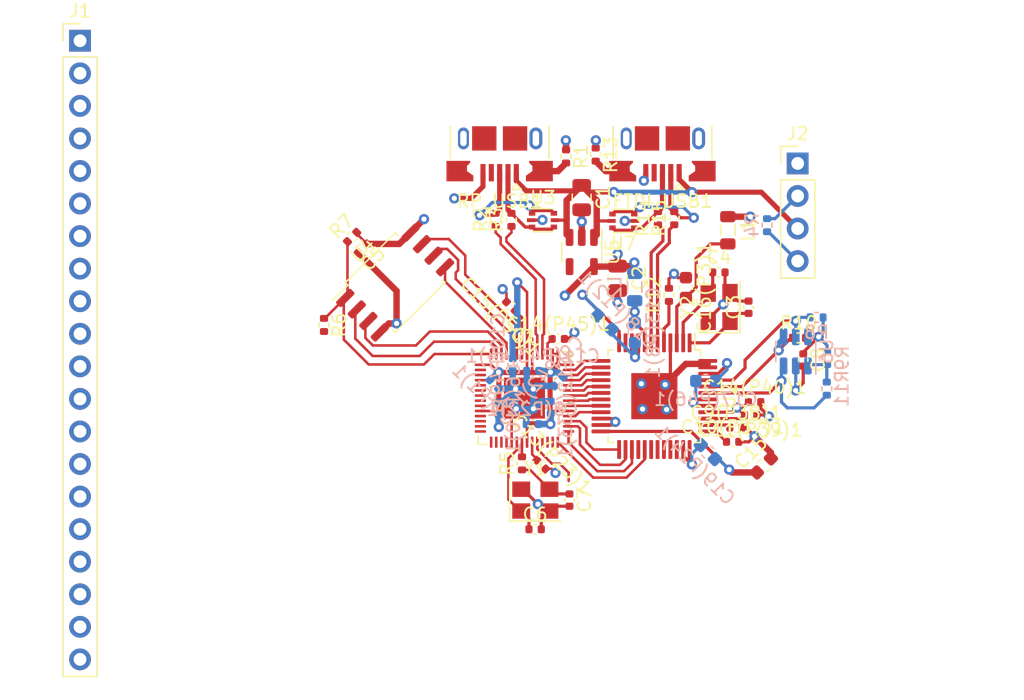
<source format=kicad_pcb>
(kicad_pcb (version 20221018) (generator pcbnew)
  (layers (0 "F.Cu" signal) (1 "In1.Cu" signal) (2 "In2.Cu" signal) (31 "B.Cu" signal) (34 "B.Paste" user) (35 "F.Paste" user) (36 "B.SilkS" user "B.Silkscreen") (37 "F.SilkS" user "F.Silkscreen") (38 "B.Mask" user) (39 "F.Mask" user) (44 "Edge.Cuts" user))
  (net 0 "")
  (net 1 "+5V")
  (net 2 "GND")
  (net 3 "+3V3")
  (net 4 "Net-(U2-XCSI)")
  (net 5 "Net-(U2-XCSO)")
  (net 6 "Net-(U1-XIN)")
  (net 7 "Net-(C7-Pad1)")
  (net 8 "Net-(U2-VCCCORE)")
  (net 9 "Net-(U2-VCCA)")
  (net 10 "Net-(U2-VPHY)")
  (net 11 "Net-(FTDI_USB1-D-)")
  (net 12 "Net-(FTDI_USB1-D+)")
  (net 14 "Net-(FTDI_USB1-Shield)")
  (net 15 "/USB_BOOT")
  (net 16 "/RP_SWCLK")
  (net 17 "/RP_SWD")
  (net 18 "Net-(J1-Pin_4)")
  (net 19 "Net-(J1-Pin_5)")
  (net 20 "Net-(J1-Pin_6)")
  (net 21 "Net-(J1-Pin_7)")
  (net 22 "Net-(J1-Pin_8)")
  (net 23 "Net-(J1-Pin_9)")
  (net 24 "Net-(J1-Pin_10)")
  (net 25 "Net-(J1-Pin_11)")
  (net 26 "Net-(J1-Pin_12)")
  (net 27 "Net-(J1-Pin_13)")
  (net 28 "Net-(J1-Pin_14)")
  (net 29 "Net-(J1-Pin_15)")
  (net 30 "Net-(J1-Pin_16)")
  (net 31 "Net-(J1-Pin_17)")
  (net 32 "Net-(J1-Pin_18)")
  (net 33 "Net-(J1-Pin_19)")
  (net 34 "Net-(J1-Pin_20)")
  (net 35 "/~{RESET}")
  (net 36 "Net-(RP_USB1-Shield)")
  (net 37 "Net-(RP_USB1-D+)")
  (net 38 "Net-(RP_USB1-D-)")
  (net 39 "Net-(U1-XOUT)")
  (net 40 "/QSPI_CS")
  (net 41 "/EEPROM/CS#")
  (net 42 "Net-(U6-DO)")
  (net 43 "/EEPROM/CLK")
  (net 44 "/EEPROM/DATA")
  (net 45 "Net-(U2-REF)")
  (net 47 "+1V2")
  (net 53 "/QSPI_DATA[3]")
  (net 54 "/QSPI_SCK")
  (net 55 "/QSPI_DATA[0]")
  (net 56 "/QSPI_DATA[2]")
  (net 57 "/QSPI_DATA[1]")
  (net 59 "/RP_UD+")
  (net 60 "/RP_UD-")
  (net 61 "/FT_UD+")
  (net 62 "/FT_UD-")
  (net 63 "Net-(U2-VPLL)")
  (net 64 "Net-(U1-GPIO22)")
  (net 65 "Net-(U1-GPIO23)")
  (net 66 "Net-(U1-GPIO24)")
  (net 67 "Net-(U1-GPIO25)")
  (net 68 "Net-(U1-GPIO26_ADC0)")
  (net 69 "Net-(U1-GPIO27_ADC1)")
  (net 70 "Net-(U1-GPIO28_ADC2)")
  (net 71 "Net-(U1-GPIO29_ADC3)")
  (net 72 "Net-(U1-GPIO17)")
  (net 73 "Net-(U1-GPIO18)")
  (net 74 "Net-(U1-GPIO19)")
  (net 75 "Net-(U1-GPIO20)")
  (net 76 "Net-(U1-GPIO21)")
  (footprint "Capacitor_SMD:C_0402_1005Metric" (layer "F.Cu") (at 175.796931 96.024173 -90)
    (fp_text reference "C8")
    (fp_text value "100nF")
  )
  (footprint "Capacitor_SMD:C_0402_1005Metric" (layer "F.Cu") (at 169.214971 89.188336)
    (fp_text reference "C4")
    (fp_text value "20pF")
  )
  (footprint "Package_TO_SOT_SMD:SOT-23-5" (layer "F.Cu") (at 158.520588 87.601856 -90)
    (fp_text reference "U5")
    (fp_text value "AP2112-3.3")
  )
  (footprint "Resistor_SMD:R_0402_1005Metric" (layer "F.Cu") (at 153.85677 104.088049 90)
    (fp_text reference "R5")
    (fp_text value "1K")
  )
  (footprint "Capacitor_SMD:C_0402_1005Metric" (layer "F.Cu") (at 170.291946 102.408696)
    (fp_text reference "C10(P37)1")
    (fp_text value "100n")
  )
  (footprint "Capacitor_SMD:C_0402_1005Metric" (layer "F.Cu") (at 171.695231 100.31533 180)
    (fp_text reference "C11(P39)1")
    (fp_text value "100n")
  )
  (footprint "Package_TO_SOT_SMD:SOT-666" (layer "F.Cu") (at 155.495612 85.116487)
    (fp_text reference "U3")
    (fp_text value "USBLC6-2P6")
  )
  (footprint "Capacitor_SMD:C_0402_1005Metric" (layer "F.Cu") (at 155.351742 104.185197 -45)
    (fp_text reference "C13(P23)1")
    (fp_text value "100nF")
  )
  (footprint "Connector_USB:USB_Micro-B_XKB_U254-051T-4BH83-F1S" (layer "F.Cu") (at 164.815 79.13 180)
    (fp_text reference "FTDI_USB1")
    (fp_text value "USB_B_Micro")
  )
  (footprint "Connector_USB:USB_Micro-B_XKB_U254-051T-4BH83-F1S" (layer "F.Cu") (at 152.115 79.13 180)
    (fp_text reference "RP_USB1")
    (fp_text value "USB_B_Micro")
  )
  (footprint "Capacitor_SMD:C_0402_1005Metric" (layer "F.Cu") (at 157.560207 106.953868 -90)
    (fp_text reference "C7")
    (fp_text value "20pF")
  )
  (footprint "Package_TO_SOT_SMD:SOT-666" (layer "F.Cu") (at 161.766746 85.178168 180)
    (fp_text reference "U7")
    (fp_text value "USBLC6-2P6")
  )
  (footprint "Package_DFN_QFN:QFN-56-1EP_7x7mm_P0.4mm_EP3.2x3.2mm" (layer "F.Cu") (at 154.050703 99)
    (fp_text reference "U1")
    (fp_text value "RP2040")
  )
  (footprint "Connector_PinHeader_2.54mm:PinHeader_1x20_P2.54mm_Vertical" (layer "F.Cu") (at 119.38 71.12)
    (fp_text reference "J1")
    (fp_text value "Conn_01x20_Pin")
  )
  (footprint "Resistor_SMD:R_0402_1005Metric" (layer "F.Cu") (at 157.295572 80.147994 -90)
    (fp_text reference "R1")
    (fp_text value "1M")
  )
  (footprint "Crystal:Crystal_SMD_3225-4Pin_3.2x2.5mm" (layer "F.Cu") (at 169.233396 91.888383 90)
    (fp_text reference "Y2")
    (fp_text value "12MHz")
  )
  (footprint "Resistor_SMD:R_0402_1005Metric" (layer "F.Cu") (at 159.605484 80.001157 -90)
    (fp_text reference "R13")
    (fp_text value "1M")
  )
  (footprint "Capacitor_SMD:C_0402_1005Metric" (layer "F.Cu") (at 156.686665 94.383775)
    (fp_text reference "C14(P45)1")
    (fp_text value "1uF")
  )
  (footprint "Connector_PinHeader_2.54mm:PinHeader_1x04_P2.54mm_Vertical" (layer "F.Cu") (at 175.363035 80.689454)
    (fp_text reference "J2")
    (fp_text value "Conn_01x04_Pin")
  )
  (footprint "Resistor_SMD:R_0402_1005Metric" (layer "F.Cu") (at 140.603839 86.427774 45)
    (fp_text reference "R7")
    (fp_text value "10K")
  )
  (footprint "Capacitor_SMD:C_0402_1005Metric" (layer "F.Cu") (at 171.532441 91.909761 90)
    (fp_text reference "C3")
    (fp_text value "20pF")
  )
  (footprint "Resistor_SMD:R_0402_1005Metric" (layer "F.Cu") (at 165.735 84.965001 90)
    (fp_text reference "R15")
    (fp_text value "27")
  )
  (footprint "Capacitor_SMD:C_0805_2012Metric" (layer "F.Cu") (at 161.32136 89.653873 -90)
    (fp_text reference "C2")
    (fp_text value "10uF")
  )
  (footprint "Resistor_SMD:R_0402_1005Metric" (layer "F.Cu") (at 164.465 84.965 90)
    (fp_text reference "R14")
    (fp_text value "27")
  )
  (footprint "Resistor_SMD:R_0402_1005Metric" (layer "F.Cu") (at 175.460307 94.29825)
    (fp_text reference "R10")
    (fp_text value "10K")
  )
  (footprint "Capacitor_SMD:C_0402_1005Metric" (layer "F.Cu") (at 154.881002 109.230911)
    (fp_text reference "C6")
    (fp_text value "20pF")
  )
  (footprint "Capacitor_SMD:C_0402_1005Metric" (layer "F.Cu") (at 172.001856 99.305045)
    (fp_text reference "C14(P40)1")
    (fp_text value "100n")
  )
  (footprint "Resistor_SMD:R_0402_1005Metric" (layer "F.Cu") (at 153.035 85.09 90)
    (fp_text reference "R3")
    (fp_text value "27")
  )
  (footprint "Capacitor_SMD:C_0603_1608Metric" (layer "F.Cu") (at 172.727418 104.250158 45)
    (fp_text reference "C15")
    (fp_text value "4u7")
  )
  (footprint "Capacitor_SMD:C_0402_1005Metric" (layer "F.Cu") (at 152.984914 91.834105 135)
    (fp_text reference "C15(P50)1")
    (fp_text value "100nF")
  )
  (footprint "Resistor_SMD:R_0402_1005Metric" (layer "F.Cu") (at 138.414562 93.291738 -90)
    (fp_text reference "R6")
    (fp_text value "1k")
  )
  (footprint "Package_QFP:LQFP-48-1EP_7x7mm_P0.5mm_EP3.6x3.6mm" (layer "F.Cu") (at 164.1825 98.847419 -90)
    (fp_text reference "U2")
    (fp_text value "FT232H")
  )
  (footprint "Capacitor_SMD:C_0402_1005Metric" (layer "F.Cu") (at 141.422061 87.310397 -135)
    (fp_text reference "C5")
    (fp_text value "100nF")
  )
  (footprint "Inductor_SMD:L_0805_2012Metric" (layer "F.Cu") (at 169.914403 85.905896 -90)
    (fp_text reference "L1")
    (fp_text value "600R/0.5A")
  )
  (footprint "Resistor_SMD:R_0402_1005Metric" (layer "F.Cu") (at 151.800561 85.09 90)
    (fp_text reference "R2")
    (fp_text value "27")
  )
  (footprint "Resistor_SMD:R_0402_1005Metric" (layer "F.Cu") (at 165.320334 90.943807 90)
    (fp_text reference "R12")
    (fp_text value "12k")
  )
  (footprint "Package_SO:SOIC-8_5.275x5.275mm_P1.27mm" (layer "F.Cu") (at 143.96499 89.984938 45)
    (fp_text reference "U4")
    (fp_text value "W25Q128JVS")
  )
  (footprint "Crystal:Crystal_SMD_3225-4Pin_3.2x2.5mm" (layer "F.Cu") (at 154.898276 106.957616)
    (fp_text reference "Y1")
    (fp_text value "12MHz")
  )
  (footprint "Capacitor_SMD:C_0603_1608Metric" (layer "F.Cu") (at 166.647765 90.377684 -90)
    (fp_text reference "C16(P3)1")
    (fp_text value "4u7")
  )
  (footprint "Capacitor_SMD:C_0805_2012Metric" (layer "F.Cu") (at 158.512174 83.354654 -90)
    (fp_text reference "C1")
    (fp_text value "10uF")
  )
  (footprint "Capacitor_SMD:C_0402_1005Metric" (layer "F.Cu") (at 170.551019 101.299862)
    (fp_text reference "C9(P38)1")
    (fp_text value "100n")
  )
  (footprint "Capacitor_SMD:C_0402_1005Metric" (layer "B.Cu") (at 154.670968 101.027464 180)
    (fp_text reference "C8(P22)1")
    (fp_text value "100nF")
  )
  (footprint "Capacitor_SMD:C_0603_1608Metric" (layer "B.Cu") (at 160.310499 93.099448 135)
    (fp_text reference "C18(P12)1")
    (fp_text value "4u7")
  )
  (footprint "Capacitor_SMD:C_0402_1005Metric" (layer "B.Cu") (at 156.099483 99.726088 90)
    (fp_text reference "C12(P33)1")
    (fp_text value "100nF")
  )
  (footprint "Resistor_SMD:R_0402_1005Metric" (layer "B.Cu") (at 177.653798 95.874466 90)
    (fp_text reference "R9")
    (fp_text value "10K")
  )
  (footprint "Capacitor_SMD:C_0402_1005Metric" (layer "B.Cu") (at 151.685218 97.923238 -45)
    (fp_text reference "C7(P1)1")
    (fp_text value "100nF")
  )
  (footprint "Capacitor_SMD:C_0603_1608Metric" (layer "B.Cu") (at 168.195128 97.660032)
    (fp_text reference "C17(P46)1")
    (fp_text value "4u7")
  )
  (footprint "Capacitor_SMD:C_0402_1005Metric" (layer "B.Cu") (at 156.731243 97.710964 -135)
    (fp_text reference "C9(P42)1")
    (fp_text value "100nF")
  )
  (footprint "Inductor_SMD:L_0805_2012Metric" (layer "B.Cu") (at 162.648262 90.337431 -90)
    (fp_text reference "L2")
    (fp_text value "600R/0.5A")
  )
  (footprint "Resistor_SMD:R_0402_1005Metric" (layer "B.Cu") (at 172.974779 85.50839 -90)
    (fp_text reference "R4")
    (fp_text value "10K")
  )
  (footprint "Resistor_SMD:R_0402_1005Metric" (layer "B.Cu") (at 176.837908 92.700601)
    (fp_text reference "R8")
    (fp_text value "10K")
  )
  (footprint "Resistor_SMD:R_0402_1005Metric" (layer "B.Cu") (at 177.63468 98.261104 90)
    (fp_text reference "R11")
    (fp_text value "2K")
  )
  (footprint "Capacitor_SMD:C_0603_1608Metric" (layer "B.Cu") (at 162.657471 93.897169 90)
    (fp_text reference "C13(P8)1")
    (fp_text value "4u7")
  )
  (footprint "Package_TO_SOT_SMD:SOT-23-6" (layer "B.Cu") (at 175.213863 95.351661 90)
    (fp_text reference "U6")
    (fp_text value "93LCxxB")
  )
  (footprint "Capacitor_SMD:C_0402_1005Metric" (layer "B.Cu") (at 152.034308 99.829796 90)
    (fp_text reference "C6(P10)1")
    (fp_text value "100nF")
  )
  (footprint "Capacitor_SMD:C_0402_1005Metric" (layer "B.Cu") (at 153.129341 96.38916 -90)
    (fp_text reference "C10(P49)1")
    (fp_text value "100nF")
  )
  (footprint "Capacitor_SMD:C_0603_1608Metric" (layer "B.Cu") (at 168.356776 103.20633 -45)
    (fp_text reference "C19(P24)1")
    (fp_text value "4u7")
  )
  (footprint "Capacitor_SMD:C_0402_1005Metric" (layer "B.Cu") (at 154.701271 96.871552 180)
    (fp_text reference "C11(P43,44)1")
    (fp_text value "1uF")
  )
  (segment (start 159.637174 86.297774) (end 159.687174 86.247774) (width 0.5) (layer "F.Cu") (net 1))
  (segment (start 172.527718 82.934137) (end 175.363035 85.769454) (width 0.4) (layer "F.Cu") (net 1))
  (segment (start 159.72029 85.178168) (end 159.687174 85.211284) (width 0.25) (layer "F.Cu") (net 1))
  (segment (start 157.337174 85.03064) (end 157.337174 86.230944) (width 0.5) (layer "F.Cu") (net 1))
  (segment (start 157.337174 83.579653) (end 157.337174 85.03064) (width 0.5) (layer "F.Cu") (net 1))
  (segment (start 161.02273 82.92592) (end 159.03344 82.92592) (width 0.4) (layer "F.Cu") (net 1))
  (segment (start 154.179826 82.829193) (end 158.087635 82.829193) (width 0.4) (layer "F.Cu") (net 1))
  (segment (start 167.118816 82.934137) (end 166.115 81.930321) (width 0.4) (layer "F.Cu") (net 1))
  (segment (start 157.251327 85.116487) (end 157.337174 85.03064) (width 0.25) (layer "F.Cu") (net 1))
  (segment (start 167.118816 82.934137) (end 172.527718 82.934137) (width 0.4) (layer "F.Cu") (net 1))
  (segment (start 158.512173 82.404654) (end 157.337174 83.579653) (width 0.5) (layer "F.Cu") (net 1))
  (segment (start 157.337174 86.230944) (end 157.570588 86.464358) (width 0.5) (layer "F.Cu") (net 1))
  (segment (start 158.087635 82.829193) (end 158.512174 82.404654) (width 0.4) (layer "F.Cu") (net 1))
  (segment (start 159.03344 82.92592) (end 158.512174 82.404654) (width 0.4) (layer "F.Cu") (net 1))
  (segment (start 156.420612 85.116487) (end 157.251327 85.116487) (width 0.25) (layer "F.Cu") (net 1))
  (segment (start 159.637174 86.297774) (end 159.470589 86.464358) (width 0.4) (layer "F.Cu") (net 1))
  (segment (start 159.687174 85.211284) (end 159.687174 83.579655) (width 0.5) (layer "F.Cu") (net 1))
  (segment (start 159.687174 83.579655) (end 158.512173 82.404654) (width 0.5) (layer "F.Cu") (net 1))
  (segment (start 159.687174 86.247774) (end 159.687174 85.211284) (width 0.5) (layer "F.Cu") (net 1))
  (segment (start 166.115 81.930321) (end 166.115 81.415) (width 0.4) (layer "F.Cu") (net 1))
  (segment (start 153.415 82.064367) (end 153.415 81.415) (width 0.4) (layer "F.Cu") (net 1))
  (segment (start 160.841746 85.178168) (end 159.72029 85.178168) (width 0.25) (layer "F.Cu") (net 1))
  (segment (start 154.179826 82.829193) (end 153.415 82.064367) (width 0.4) (layer "F.Cu") (net 1))
  (via (at 167.118816 82.934137) (size 0.8) (drill 0.4) (layers "F.Cu" "B.Cu") (net 1))
  (via (at 161.02273 82.92592) (size 0.8) (drill 0.4) (layers "F.Cu" "B.Cu") (net 1))
  (segment (start 167.02134 82.836661) (end 167.118816 82.934137) (width 0.4) (layer "B.Cu") (net 1))
  (segment (start 161.02273 82.92592) (end 161.030947 82.934137) (width 0.4) (layer "B.Cu") (net 1))
  (segment (start 161.030947 82.934137) (end 167.118816 82.934137) (width 0.4) (layer "B.Cu") (net 1))
  (segment (start 167.118816 82.934137) (end 167.07084 82.886161) (width 0.5) (layer "B.Cu") (net 1))
  (segment (start 149.888834 83.416166) (end 148.574679 83.416166) (width 0.4) (layer "F.Cu") (net 2))
  (segment (start 159.605484 79.491157) (end 159.605484 78.904102) (width 0.5) (layer "F.Cu") (net 2))
  (segment (start 169.694971 89.188336) (end 169.694971 90.399958) (width 0.25) (layer "F.Cu") (net 2))
  (segment (start 155.361002 109.230911) (end 155.361002 108.44489) (width 0.25) (layer "F.Cu") (net 2))
  (segment (start 154.050703 99) (end 154.050703 99.132866) (width 0.25) (layer "F.Cu") (net 2))
  (segment (start 167.231906 99.346176) (end 167.483149 99.597419) (width 0.25) (layer "F.Cu") (net 2))
  (segment (start 141.08265 87.649808) (end 144.072411 90.639569) (width 0.5) (layer "F.Cu") (net 2))
  (segment (start 175.796931 97.809525) (end 175.20211 98.404346) (width 0.25) (layer "F.Cu") (net 2))
  (segment (start 163.515 81.887159) (end 163.365498 82.036661) (width 0.4) (layer "F.Cu") (net 2))
  (segment (start 172.481856 99.793071) (end 173.114633 100.425848) (width 0.25) (layer "F.Cu") (net 2))
  (segment (start 154.570612 85.116487) (end 155.431643 85.116487) (width 0.25) (layer "F.Cu") (net 2))
  (segment (start 152.645503 90.79899) (end 152.343205 90.496692) (width 0.2) (layer "F.Cu") (net 2))
  (segment (start 155.998276 107.807616) (end 155.632584 107.807616) (width 0.25) (layer "F.Cu") (net 2))
  (segment (start 165.4325 97.535959) (end 165.025598 97.942861) (width 0.25) (layer "F.Cu") (net 2))
  (segment (start 161.880224 85.178168) (end 161.879502 85.177446) (width 0.25) (layer "F.Cu") (net 2))
  (segment (start 153.050703 102.4375) (end 153.050703 100.187297) (width 0.2) (layer "F.Cu") (net 2))
  (segment (start 173.275426 103.70215) (end 173.275426 103.256191) (width 0.5) (layer "F.Cu") (net 2))
  (segment (start 160.887523 100.597419) (end 161.140096 100.849992) (width 0.25) (layer "F.Cu") (net 2))
  (segment (start 162.4325 94.684919) (end 162.4325 95.553557) (width 0.25) (layer "F.Cu") (net 2))
  (segment (start 162.4325 95.553557) (end 162.676827 95.797884) (width 0.25) (layer "F.Cu") (net 2))
  (segment (start 160.02 100.597419) (end 160.887523 100.597419) (width 0.25) (layer "F.Cu") (net 2))
  (segment (start 171.532441 91.429761) (end 170.724774 91.429761) (width 0.25) (layer "F.Cu") (net 2))
  (segment (start 163.515 81.415) (end 163.515 81.887159) (width 0.4) (layer "F.Cu") (net 2))
  (segment (start 164.1825 98.785959) (end 165.025598 97.942861) (width 0.25) (layer "F.Cu") (net 2))
  (segment (start 150.815 81.415) (end 150.815 82.49) (width 0.4) (layer "F.Cu") (net 2))
  (segment (start 154.050703 99) (end 154.050703 98.983781) (width 0.25) (layer "F.Cu") (net 2))
  (segment (start 143.469705 93.1743) (end 144.072411 93.1743) (width 0.5) (layer "F.Cu") (net 2))
  (segment (start 168.345 96.097419) (end 168.345 96.330527) (width 0.25) (layer "F.Cu") (net 2))
  (segment (start 172.175231 100.31533) (end 173.004115 100.31533) (width 0.25) (layer "F.Cu") (net 2))
  (segment (start 159.605484 78.904102) (end 159.617846 78.89174) (width 0.5) (layer "F.Cu") (net 2))
  (segment (start 165.320334 90.433807) (end 165.320334 89.697291) (width 0.25) (layer "F.Cu") (net 2))
  (segment (start 162.9325 94.684919) (end 162.9325 95.542211) (width 0.25) (layer "F.Cu") (net 2))
  (segment (start 153.050703 100.187297) (end 153.410387 99.827613) (width 0.2) (layer "F.Cu") (net 2))
  (segment (start 157.166665 94.383775) (end 157.439198 94.383775) (width 0.2) (layer "F.Cu") (net 2))
  (segment (start 154.050703 98.983781) (end 154.737309 98.297175) (width 0.25) (layer "F.Cu") (net 2))
  (segment (start 156.154395 104.51558) (end 156.469192 104.830377) (width 0.2) (layer "F.Cu") (net 2))
  (segment (start 162.691746 85.178168) (end 161.880224 85.178168) (width 0.25) (layer "F.Cu") (net 2))
  (segment (start 142.766444 93.877561) (end 143.469705 93.1743) (width 0.5) (layer "F.Cu") (net 2))
  (segment (start 173.004115 100.31533) (end 173.114633 100.425848) (width 0.25) (layer "F.Cu") (net 2))
  (segment (start 168.345 96.330527) (end 166.637932 96.330527) (width 0.5) (layer "F.Cu") (net 2))
  (segment (start 156.372024 107.433868) (end 155.998276 107.807616) (width 0.25) (layer "F.Cu") (net 2))
  (segment (start 171.559419 102.408696) (end 171.993675 101.97444) (width 0.25) (layer "F.Cu") (net 2))
  (segment (start 170.724774 91.429761) (end 170.083396 90.788383) (width 0.25) (layer "F.Cu") (net 2))
  (segment (start 167.231906 99.346176) (end 167.480663 99.097419) (width 0.25) (layer "F.Cu") (net 2))
  (segment (start 175.796931 96.504173) (end 175.796931 97.809525) (width 0.25) (layer "F.Cu") (net 2))
  (segment (start 161.32136 90.603872) (end 161.32136 91.505357) (width 0.5) (layer "F.Cu") (net 2))
  (segment (start 167.10544 104.169061) (end 166.9325 103.996121) (width 0.25) (layer "F.Cu") (net 2))
  (segment (start 161.9325 95.053557) (end 162.676827 95.797884) (width 0.25) (layer "F.Cu") (net 2))
  (segment (start 165.138735 99.803654) (end 164.1825 98.847419) (width 0.25) (layer "F.Cu") (net 2))
  (segment (start 150.815 82.49) (end 149.888834 83.416166) (width 0.4) (layer "F.Cu") (net 2))
  (segment (start 165.4325 94.684919) (end 165.4325 97.535959) (width 0.25) (layer "F.Cu") (net 2))
  (segment (start 171.031019 101.299862) (end 171.319097 101.299862) (width 0.25) (layer "F.Cu") (net 2))
  (segment (start 168.345 96.330527) (end 168.345 96.597419) (width 0.25) (layer "F.Cu") (net 2))
  (segment (start 163.169535 97.877736) (end 163.212817 97.877736) (width 0.25) (layer "F.Cu") (net 2))
  (segment (start 168.383396 92.988383) (end 168.383396 92.85414) (width 0.25) (layer "F.Cu") (net 2))
  (segment (start 158.520588 85.229695) (end 158.52059 85.229695) (width 0.4) (layer "F.Cu") (net 2))
  (segment (start 161.32136 91.505357) (end 161.309695 91.517022) (width 0.5) (layer "F.Cu") (net 2))
  (segment (start 167.480663 99.097419) (end 168.345 99.097419) (width 0.25) (layer "F.Cu") (net 2))
  (segment (start 155.361002 108.44489) (end 155.998276 107.807616) (width 0.25) (layer "F.Cu") (net 2))
  (segment (start 153.798276 106.107616) (end 153.932584 106.107616) (width 0.25) (layer "F.Cu") (net 2))
  (segment (start 154.050703 99.132866) (end 154.74545 99.827613) (width 0.25) (layer "F.Cu") (net 2))
  (segment (start 161.9325 94.684919) (end 161.9325 95.053557) (width 0.25) (layer "F.Cu") (net 2))
  (segment (start 158.520588 86.464356) (end 158.520588 85.229695) (width 0.5) (layer "F.Cu") (net 2))
  (segment (start 171.319097 101.299862) (end 171.993675 101.97444) (width 0.25) (layer "F.Cu") (net 2))
  (segment (start 157.439198 94.383775) (end 157.947429 93.875544) (width 0.2) (layer "F.Cu") (net 2))
  (segment (start 163.265009 99.852589) (end 164.1825 98.935098) (width 0.25) (layer "F.Cu") (net 2))
  (segment (start 154.050703 99) (end 154.050703 99.187297) (width 0.25) (layer "F.Cu") (net 2))
  (segment (start 154.050703 99.187297) (end 153.410387 99.827613) (width 0.25) (layer "F.Cu") (net 2))
  (segment (start 158.512173 85.221277) (end 158.52059 85.229695) (width 0.4) (layer "F.Cu") (net 2))
  (segment (start 170.083396 91.15414) (end 169.548222 91.689314) (width 0.25) (layer "F.Cu") (net 2))
  (segment (start 163.212817 97.877736) (end 164.1825 98.847419) (width 0.25) (layer "F.Cu") (net 2))
  (segment (start 144.072411 90.639569) (end 144.072411 93.1743) (width 0.5) (layer "F.Cu") (net 2))
  (segment (start 157.560207 107.433868) (end 156.372024 107.433868) (width 0.25) (layer "F.Cu") (net 2))
  (segment (start 173.275426 103.256191) (end 171.993675 101.97444) (width 0.5) (layer "F.Cu") (net 2))
  (segment (start 158.512175 84.304654) (end 158.512173 85.221277) (width 0.5) (layer "F.Cu") (net 2))
  (segment (start 153.932584 106.107616) (end 155.097446 107.272478) (width 0.25) (layer "F.Cu") (net 2))
  (segment (start 166.9325 103.996121) (end 166.9325 103.009919) (width 0.25) (layer "F.Cu") (net 2))
  (segment (start 169.694971 90.399958) (end 170.083396 90.788383) (width 0.25) (layer "F.Cu") (net 2))
  (segment (start 161.140096 100.849992) (end 160.892669 101.097419) (width 0.25) (layer "F.Cu") (net 2))
  (segment (start 152.645503 91.494694) (end 152.645503 90.79899) (width 0.2) (layer "F.Cu") (net 2))
  (segment (start 164.1825 98.935098) (end 164.1825 98.847419) (width 0.25) (layer "F.Cu") (net 2))
  (segment (start 162.9325 95.542211) (end 162.676827 95.797884) (width 0.25) (layer "F.Cu") (net 2))
  (segment (start 155.777304 104.51558) (end 156.154395 104.51558) (width 0.2) (layer "F.Cu") (net 2))
  (segment (start 164.1825 98.847419) (end 164.1825 98.785959) (width 0.25) (layer "F.Cu") (net 2))
  (segment (start 154.050703 99) (end 154.050703 98.978195) (width 0.25) (layer "F.Cu") (net 2))
  (segment (start 160.892669 101.097419) (end 160.02 101.097419) (width 0.25) (layer "F.Cu") (net 2))
  (segment (start 157.295572 79.637994) (end 157.295572 78.906295) (width 0.5) (layer "F.Cu") (net 2))
  (segment (start 155.632584 107.807616) (end 155.097446 107.272478) (width 0.25) (layer "F.Cu") (net 2))
  (segment (start 154.050703 98.978195) (end 153.353402 98.280894) (width 0.25) (layer "F.Cu") (net 2))
  (segment (start 166.637932 96.330527) (end 165.025598 97.942861) (width 0.5) (layer "F.Cu") (net 2))
  (segment (start 166.022481 89.602684) (end 165.718711 89.298914) (width 0.25) (layer "F.Cu") (net 2))
  (segment (start 170.083396 90.788383) (end 170.083396 91.15414) (width 0.25) (layer "F.Cu") (net 2))
  (segment (start 166.647765 89.602684) (end 166.022481 89.602684) (width 0.25) (layer "F.Cu") (net 2))
  (segment (start 165.320334 89.697291) (end 165.718711 89.298914) (width 0.25) (layer "F.Cu") (net 2))
  (segment (start 165.138735 99.88635) (end 165.138735 99.803654) (width 0.25) (layer "F.Cu") (net 2))
  (segment (start 166.4325 103.009919) (end 166.4325 103.496121) (width 0.25) (layer "F.Cu") (net 2))
  (segment (start 170.771946 102.408696) (end 171.559419 102.408696) (width 0.25) (layer "F.Cu") (net 2))
  (segment (start 166.4325 103.496121) (end 167.10544 104.169061) (width 0.25) (layer "F.Cu") (net 2))
  (segment (start 172.481856 99.305045) (end 172.481856 99.793071) (width 0.25) (layer "F.Cu") (net 2))
  (segment (start 168.383396 92.85414) (end 169.548222 91.689314) (width 0.25) (layer "F.Cu") (net 2))
  (segment (start 167.483149 99.597419) (end 168.345 99.597419) (width 0.25) (layer "F.Cu") (net 2))
  (segment (start 155.431643 85.116487) (end 155.451733 85.096397) (width 0.25) (layer "F.Cu") (net 2))
  (segment (start 157.295572 78.906295) (end 157.281446 78.892169) (width 0.5) (layer "F.Cu") (net 2))
  (via (at 175.20211 98.404346) (size 0.8) (drill 0.4) (layers "F.Cu" "B.Cu") (net 2))
  (via (at 163.265009 99.852589) (size 0.8) (drill 0.4) (layers "F.Cu" "B.Cu") (net 2))
  (via (at 157.281446 78.892169) (size 0.8) (drill 0.4) (layers "F.Cu" "B.Cu") (net 2))
  (via (at 173.114633 100.425848) (size 0.8) (drill 0.4) (layers "F.Cu" "B.Cu") (net 2))
  (via (at 165.025598 97.942861) (size 0.8) (drill 0.4) (layers "F.Cu" "B.Cu") (net 2))
  (via (at 157.947429 93.875544) (size 0.8) (drill 0.4) (layers "F.Cu" "B.Cu") (net 2))
  (via (at 162.676827 95.797884) (size 0.8) (drill 0.4) (layers "F.Cu" "B.Cu") (net 2))
  (via (at 171.993675 101.97444) (size 0.8) (drill 0.4) (layers "F.Cu" "B.Cu") (net 2))
  (via (at 165.138735 99.88635) (size 0.8) (drill 0.4) (layers "F.Cu" "B.Cu") (net 2))
  (via (at 158.52059 85.229695) (size 0.8) (drill 0.4) (layers "F.Cu" "B.Cu") (net 2))
  (via (at 152.343205 90.496692) (size 0.8) (drill 0.4) (layers "F.Cu" "B.Cu") (net 2))
  (via (at 156.469192 104.830377) (size 0.8) (drill 0.4) (layers "F.Cu" "B.Cu") (net 2))
  (via (at 153.410387 99.827613) (size 0.8) (drill 0.4) (layers "F.Cu" "B.Cu") (net 2))
  (via (at 163.169535 97.877736) (size 0.8) (drill 0.4) (layers "F.Cu" "B.Cu") (net 2))
  (via (at 144.072411 93.1743) (size 0.8) (drill 0.4) (layers "F.Cu" "B.Cu") (net 2))
  (via (at 167.231906 99.346176) (size 0.8) (drill 0.4) (layers "F.Cu" "B.Cu") (net 2))
  (via (at 155.097446 107.272478) (size 0.8) (drill 0.4) (layers "F.Cu" "B.Cu") (net 2))
  (via (at 161.879502 85.177446) (size 0.8) (drill 0.4) (layers "F.Cu" "B.Cu") (net 2))
  (via (at 153.353402 98.280894) (size 0.8) (drill 0.4) (layers "F.Cu" "B.Cu") (net 2))
  (via (at 165.718711 89.298914) (size 0.8) (drill 0.4) (layers "F.Cu" "B.Cu") (net 2))
  (via (at 161.309695 91.517022) (size 0.8) (drill 0.4) (layers "F.Cu" "B.Cu") (net 2))
  (via (at 155.451733 85.096397) (size 0.8) (drill 0.4) (layers "F.Cu" "B.Cu") (net 2))
  (via (at 154.74545 99.827613) (size 0.8) (drill 0.4) (layers "F.Cu" "B.Cu") (net 2))
  (via (at 167.10544 104.169061) (size 0.8) (drill 0.4) (layers "F.Cu" "B.Cu") (net 2))
  (via (at 163.365498 82.036661) (size 0.8) (drill 0.4) (layers "F.Cu" "B.Cu") (net 2))
  (via (at 154.737309 98.297175) (size 0.8) (drill 0.4) (layers "F.Cu" "B.Cu") (net 2))
  (via (at 169.548222 91.689314) (size 0.8) (drill 0.4) (layers "F.Cu" "B.Cu") (net 2))
  (via (at 148.574679 83.416166) (size 0.8) (drill 0.4) (layers "F.Cu" "B.Cu") (net 2))
  (via (at 161.140096 100.849992) (size 0.8) (drill 0.4) (layers "F.Cu" "B.Cu") (net 2))
  (via (at 159.617846 78.89174) (size 0.8) (drill 0.4) (layers "F.Cu" "B.Cu") (net 2))
  (segment (start 162.657471 95.778528) (end 162.676827 95.797884) (width 0.5) (layer "B.Cu") (net 2))
  (segment (start 156.391832 98.050375) (end 154.984109 98.050375) (width 0.5) (layer "B.Cu") (net 2))
  (segment (start 152.93257 99.349796) (end 153.410387 99.827613) (width 0.5) (layer "B.Cu") (net 2))
  (segment (start 154.221271 96.871552) (end 154.221271 97.781137) (width 0.5) (layer "B.Cu") (net 2))
  (segment (start 155.326975 99.246088) (end 154.74545 99.827613) (width 0.5) (layer "B.Cu") (net 2))
  (segment (start 156.099483 99.246088) (end 155.326975 99.246088) (width 0.5) (layer "B.Cu") (net 2))
  (segment (start 162.657471 94.672169) (end 162.657471 95.778528) (width 0.5) (layer "B.Cu") (net 2))
  (segment (start 167.10544 103.36165) (end 167.808768 102.658322) (width 0.25) (layer "B.Cu") (net 2))
  (segment (start 153.121732 96.86916) (end 153.129341 96.86916) (width 0.25) (layer "B.Cu") (net 2))
  (segment (start 175.213863 96.489161) (end 175.213863 98.392593) (width 0.25) (layer "B.Cu") (net 2))
  (segment (start 154.74545 99.827613) (end 153.410387 99.827613) (width 0.5) (layer "B.Cu") (net 2))
  (segment (start 153.129341 96.86916) (end 153.129341 98.056833) (width 0.5) (layer "B.Cu") (net 2))
  (segment (start 153.353402 98.280894) (end 154.721028 98.280894) (width 0.5) (layer "B.Cu") (net 2))
  (segment (start 175.213863 98.392593) (end 175.20211 98.404346) (width 0.25) (layer "B.Cu") (net 2))
  (segment (start 154.984109 98.050375) (end 154.737309 98.297175) (width 0.5) (layer "B.Cu") (net 2))
  (segment (start 152.2845 99.349796) (end 153.353402 98.280894) (width 0.5) (layer "B.Cu") (net 2))
  (segment (start 167.10544 104.169061) (end 167.10544 103.36165) (width 0.25) (layer "B.Cu") (net 2))
  (segment (start 153.129341 98.056833) (end 153.353402 98.280894) (width 0.5) (layer "B.Cu") (net 2))
  (segment (start 154.737309 99.819472) (end 154.74545 99.827613) (width 0.25) (layer "B.Cu") (net 2))
  (segment (start 153.353402 99.770628) (end 153.410387 99.827613) (width 0.25) (layer "B.Cu") (net 2))
  (segment (start 160.858507 93.979564) (end 162.676827 95.797884) (width 0.25) (layer "B.Cu") (net 2))
  (segment (start 154.190968 100.382095) (end 154.74545 99.827613) (width 0.5) (layer "B.Cu") (net 2))
  (segment (start 152.034308 99.349796) (end 152.93257 99.349796) (width 0.5) (layer "B.Cu") (net 2))
  (segment (start 154.190968 101.027464) (end 154.190968 100.382095) (width 0.5) (layer "B.Cu") (net 2))
  (segment (start 167.420128 99.157954) (end 167.231906 99.346176) (width 0.25) (layer "B.Cu") (net 2))
  (segment (start 160.858507 93.647456) (end 160.858507 93.979564) (width 0.25) (layer "B.Cu") (net 2))
  (segment (start 152.024629 98.262649) (end 153.335157 98.262649) (width 0.5) (layer "B.Cu") (net 2))
  (segment (start 154.721028 98.280894) (end 154.737309 98.297175) (width 0.25) (layer "B.Cu") (net 2))
  (segment (start 167.420128 97.660032) (end 167.420128 99.157954) (width 0.25) (layer "B.Cu") (net 2))
  (segment (start 153.353402 98.280894) (end 153.353402 99.770628) (width 0.5) (layer "B.Cu") (net 2))
  (segment (start 154.737309 98.297175) (end 154.737309 99.819472) (width 0.5) (layer "B.Cu") (net 2))
  (segment (start 153.335157 98.262649) (end 153.353402 98.280894) (width 0.5) (layer "B.Cu") (net 2))
  (segment (start 154.221271 97.781137) (end 154.737309 98.297175) (width 0.5) (layer "B.Cu") (net 2))
  (segment (start 152.034308 99.349796) (end 152.2845 99.349796) (width 0.5) (layer "B.Cu") (net 2))
  (segment (start 170.244602 104.798166) (end 170.021059 104.574623) (width 0.5) (layer "F.Cu") (net 3))
  (segment (start 162.623043 88.419367) (end 162.338537 88.703873) (width 0.5) (layer "F.Cu") (net 3))
  (segment (start 151.450703 96.4) (end 152.026791 96.976088) (width 0.2) (layer "F.Cu") (net 3))
  (segment (start 154.250703 96.990809) (end 154.241512 97) (width 0.2) (layer "F.Cu") (net 3))
  (segment (start 167.041815 101.597419) (end 160.02 101.597419) (width 0.25) (layer "F.Cu") (net 3))
  (segment (start 154.250703 93.966592) (end 154.250703 90.733526) (width 0.2) (layer "F.Cu") (net 3))
  (segment (start 156.250703 95.5625) (end 156.650703 95.5625) (width 0.2) (layer "F.Cu") (net 3))
  (segment (start 172.17941 104.798166) (end 170.244602 104.798166) (width 0.5) (layer "F.Cu") (net 3))
  (segment (start 145.163536 86.083967) (end 146.211257 85.036246) (width 0.5) (layer "F.Cu") (net 3))
  (segment (start 154.246543 101.0279) (end 154.246543 101.199502) (width 0.4) (layer "F.Cu") (net 3))
  (segment (start 175.970307 94.29825) (end 176.921247 94.29825) (width 0.25) (layer "F.Cu") (net 3))
  (segment (start 152.050703 97) (end 152.050703 99.06) (width 0.4) (layer "F.Cu") (net 3))
  (segment (start 156.066661 100) (end 156.050703 99.984042) (width 0.2) (layer "F.Cu") (net 3))
  (segment (start 156.050703 97) (end 154.653843 97) (width 0.4) (layer "F.Cu") (net 3))
  (segment (start 170.271844 100.097419) (end 168.345 100.097419) (width 0.25) (layer "F.Cu") (net 3))
  (segment (start 161.285877 88.739356) (end 161.32136 88.703873) (width 0.5) (layer "F.Cu") (net 3))
  (segment (start 154.250703 101.203662) (end 154.246543 101.199502) (width 0.2) (layer "F.Cu") (net 3))
  (segment (start 152.050703 97) (end 152.026791 96.976088) (width 0.4) (layer "F.Cu") (net 3))
  (segment (start 150.613203 100) (end 151.96126 100) (width 0.2) (layer "F.Cu") (net 3))
  (segment (start 144.284865 86.970986) (end 145.163536 86.092315) (width 0.5) (layer "F.Cu") (net 3))
  (segment (start 154.650703 96.99686) (end 154.653843 97) (width 0.2) (layer "F.Cu") (net 3))
  (segment (start 140.964463 86.06715) (end 140.964463 86.173977) (width 0.2) (layer "F.Cu") (net 3))
  (segment (start 152.050703 99.910557) (end 152.050703 101.250703) (width 0.4) (layer "F.Cu") (net 3))
  (segment (start 156.050703 101) (end 156.074615 101.023912) (width 0.4) (layer "F.Cu") (net 3))
  (segment (start 169.148185 97.097419) (end 168.345 97.097419) (width 0.25) (layer "F.Cu") (net 3))
  (segment (start 170.633581 99.735682) (end 171.091219 99.735682) (width 0.25) (layer "F.Cu") (net 3))
  (segment (start 170.019019 104.574623) (end 167.041815 101.597419) (width 0.25) (layer "F.Cu") (net 3))
  (segment (start 159.470588 88.739356) (end 161.285877 88.739356) (width 0.5) (layer "F.Cu") (net 3))
  (segment (start 154.250703 90.733526) (end 153.488642 89.971465) (width 0.2) (layer "F.Cu") (net 3))
  (segment (start 170.633581 99.735682) (end 170.271844 100.097419) (width 0.25) (layer "F.Cu") (net 3))
  (segment (start 156.650703 95.5625) (end 156.650703 96.4) (width 0.2) (layer "F.Cu") (net 3))
  (segment (start 156.250703 96.8) (end 156.074615 96.976088) (width 0.2) (layer "F.Cu") (net 3))
  (segment (start 154.650703 94.366592) (end 154.250703 93.966592) (width 0.2) (layer "F.Cu") (net 3))
  (segment (start 156.250703 95.5625) (end 156.250703 96.8) (width 0.2) (layer "F.Cu") (net 3))
  (segment (start 156.050703 99.984042) (end 156.050703 97) (width 0.4) (layer "F.Cu") (net 3))
  (segment (start 176.921247 94.29825) (end 177.000031 94.219466) (width 0.25) (layer "F.Cu") (net 3))
  (segment (start 141.761472 86.970986) (end 144.284865 86.970986) (width 0.5) (layer "F.Cu") (net 3))
  (segment (start 175.796931 95.544173) (end 175.796931 95.422566) (width 0.25) (layer "F.Cu") (net 3))
  (segment (start 154.650703 95.5625) (end 154.650703 96.99686) (width 0.2) (layer "F.Cu") (net 3))
  (segment (start 159.467248 88.739356) (end 157.201813 91.004791) (width 0.5) (layer "F.Cu") (net 3))
  (segment (start 154.250703 95.5625) (end 154.250703 93.966592) (width 0.2) (layer "F.Cu") (net 3))
  (segment (start 161.4325 93.80246) (end 158.566794 90.936754) (width 0.25) (layer "F.Cu") (net 3))
  (segment (start 154.274443 101) (end 156.050703 101) (width 0.4) (layer "F.Cu") (net 3))
  (segment (start 156.050703 97) (end 156.074615 96.976088) (width 0.4) (layer "F.Cu") (net 3))
  (segment (start 171.665412 84.843396) (end 169.914403 84.843396) (width 0.5) (layer "F.Cu") (net 3))
  (segment (start 170.021059 104.574623) (end 170.019019 104.574623) (width 0.25) (layer "F.Cu") (net 3))
  (segment (start 159.470588 88.739356) (end 159.467248 88.739356) (width 0.5) (layer "F.Cu") (net 3))
  (segment (start 161.291 88.734234) (end 161.321363 88.703872) (width 0.4) (layer "F.Cu") (net 3))
  (segment (start 157.488203 96.4) (end 156.650703 96.4) (width 0.2) (layer "F.Cu") (net 3))
  (segment (start 151.96126 100) (end 152.050703 99.910557) (width 0.2) (layer "F.Cu") (net 3))
  (segment (start 169.852885 96.269661) (end 169.852885 96.392719) (width 0.25) (layer "F.Cu") (net 3))
  (segment (start 156.650703 96.4) (end 156.074615 96.976088) (width 0.5) (layer "F.Cu") (net 3))
  (segment (start 157.488203 100) (end 156.066661 100) (width 0.2) (layer "F.Cu") (net 3))
  (segment (start 140.964463 86.173977) (end 141.761472 86.970986) (width 0.2) (layer "F.Cu") (net 3))
  (segment (start 170.635583 99.735682) (end 171.215231 100.31533) (width 0.25) (layer "F.Cu") (net 3))
  (segment (start 168.345 100.597419) (end 170.933142 100.597419) (width 0.25) (layer "F.Cu") (net 3))
  (segment (start 154.250703 95.5625) (end 154.250703 96.990809) (width 0.2) (layer "F.Cu") (net 3))
  (segment (start 154.274443 101) (end 154.246543 101.0279) (width 0.4) (layer "F.Cu") (net 3))
  (segment (start 154.241512 97) (end 152.181406 97) (width 0.4) (layer "F.Cu") (net 3))
  (segment (start 152.050703 101.250703) (end 152.050696 101.250703) (width 0.4) (layer "F.Cu") (net 3))
  (segment (start 170.933142 100.597419) (end 171.215231 100.31533) (width 0.25) (layer "F.Cu") (net 3))
  (segment (start 145.163536 86.092315) (end 145.163536 86.083967) (width 0.5) (layer "F.Cu") (net 3))
  (segment (start 152.050696 101.250703) (end 152.049375 101.252024) (width 0.4) (layer "F.Cu") (net 3))
  (segment (start 175.796931 95.422566) (end 177.000031 94.219466) (width 0.25) (layer "F.Cu") (net 3))
  (segment (start 150.613203 96.4) (end 151.450703 96.4) (width 0.2) (layer "F.Cu") (net 3))
  (segment (start 161.4325 94.684919) (end 161.4325 93.80246) (width 0.25) (layer "F.Cu") (net 3))
  (segment (start 169.852885 96.392719) (end 169.148185 97.097419) (width 0.25) (layer "F.Cu") (net 3))
  (segment (start 161.32136 88.703873) (end 161.32136 87.755756) (width 0.5) (layer "F.Cu") (net 3))
  (segment (start 162.338537 88.703873) (end 161.32136 88.703873) (width 0.5) (layer "F.Cu") (net 3))
  (segment (start 152.181406 97) (end 152.050703 97) (width 0.4) (layer "F.Cu") (net 3))
  (segment (start 171.665996 84.84398) (end 171.665412 84.843396) (width 0.5) (layer "F.Cu") (net 3))
  (segment (start 154.650703 95.5625) (end 154.650703 94.366592) (width 0.2) (layer "F.Cu") (net 3))
  (segment (start 154.250703 102.4375) (end 154.250703 101.203662) (width 0.2) (layer "F.Cu") (net 3))
  (segment (start 171.091219 99.735682) (end 171.521856 99.305045) (width 0.25) (layer "F.Cu") (net 3))
  (segment (start 170.633581 99.735682) (end 170.635583 99.735682) (width 0.25) (layer "F.Cu") (net 3))
  (segment (start 154.653843 97) (end 154.241512 97) (width 0.4) (layer "F.Cu") (net 3))
  (segment (start 152.050703 99.06) (end 152.050703 99.910557) (width 0.4) (layer "F.Cu") (net 3))
  (segment (start 156.050703 101) (end 156.050703 99.984042) (width 0.4) (layer "F.Cu") (net 3))
  (via (at 152.049375 101.252024) (size 0.8) (drill 0.4) (layers "F.Cu" "B.Cu") (net 3))
  (via (at 171.665996 84.84398) (size 0.8) (drill 0.4) (layers "F.Cu" "B.Cu") (net 3))
  (via (at 169.852885 96.269661) (size 0.8) (drill 0.4) (layers "F.Cu" "B.Cu") (net 3))
  (via (at 161.32136 87.755756) (size 0.8) (drill 0.4) (layers "F.Cu" "B.Cu") (net 3))
  (via (at 158.566794 90.936754) (size 0.8) (drill 0.4) (layers "F.Cu" "B.Cu") (net 3))
  (via (at 156.074615 96.976088) (size 0.8) (drill 0.4) (layers "F.Cu" "B.Cu") (net 3))
  (via (at 170.633581 99.735682) (size 0.8) (drill 0.4) (layers "F.Cu" "B.Cu") (net 3))
  (via (at 170.021059 104.574623) (size 0.8) (drill 0.4) (layers "F.Cu" "B.Cu") (net 3))
  (via (at 162.623043 88.419367) (size 0.8) (drill 0.4) (layers "F.Cu" "B.Cu") (net 3))
  (via (at 152.026791 96.976088) (size 0.8) (drill 0.4) (layers "F.Cu" "B.Cu") (net 3))
  (via (at 146.211257 85.036246) (size 0.8) (drill 0.4) (layers "F.Cu" "B.Cu") (net 3))
  (via (at 153.488642 89.971465) (size 0.8) (drill 0.4) (layers "F.Cu" "B.Cu") (net 3))
  (via (at 177.000031 94.219466) (size 0.8) (drill 0.4) (layers "F.Cu" "B.Cu") (net 3))
  (via (at 157.201813 91.004791) (size 0.8) (drill 0.4) (layers "F.Cu" "B.Cu") (net 3))
  (via (at 156.074615 101.023912) (size 0.8) (drill 0.4) (layers "F.Cu" "B.Cu") (net 3))
  (segment (start 176.163863 94.214161) (end 176.994726 94.214161) (width 0.25) (layer "B.Cu") (net 3))
  (segment (start 177.347908 92.700601) (end 177.347908 93.871589) (width 0.25) (layer "B.Cu") (net 3))
  (segment (start 151.419052 97.583827) (end 152.026791 96.976088) (width 0.5) (layer "B.Cu") (net 3))
  (segment (start 162.623043 88.419367) (end 162.623043 89.249712) (width 0.5) (layer "B.Cu") (net 3))
  (segment (start 176.994726 94.214161) (end 177.000031 94.219466) (width 0.25) (layer "B.Cu") (net 3))
  (segment (start 151.345807 97.583827) (end 151.419052 97.583827) (width 0.5) (layer "B.Cu") (net 3))
  (segment (start 173.594099 84.99839) (end 175.363035 83.229454) (width 0.25) (layer "B.Cu") (net 3))
  (segment (start 177.347908 93.871589) (end 177.000031 94.219466) (width 0.25) (layer "B.Cu") (net 3))
  (segment (start 157.070654 97.371553) (end 156.675189 96.976088) (width 0.5) (layer "B.Cu") (net 3))
  (segment (start 155.970079 96.871552) (end 156.074615 96.976088) (width 0.5) (layer "B.Cu") (net 3))
  (segment (start 162.623043 89.249712) (end 162.648262 89.274931) (width 0.5) (layer "B.Cu") (net 3))
  (segment (start 159.762491 92.55144) (end 159.762491 92.132451) (width 0.25) (layer "B.Cu") (net 3))
  (segment (start 156.675189 96.976088) (end 156.074615 96.976088) (width 0.5) (layer "B.Cu") (net 3))
  (segment (start 155.181271 96.871552) (end 155.970079 96.871552) (width 0.5) (layer "B.Cu") (net 3))
  (segment (start 153.129341 95.90916) (end 153.129341 94.030856) (width 0.5) (layer "B.Cu") (net 3))
  (segment (start 156.099483 100.206088) (end 156.099483 100.999044) (width 0.5) (layer "B.Cu") (net 3))
  (segment (start 169.852885 96.777275) (end 168.970128 97.660032) (width 0.25) (layer "B.Cu") (net 3))
  (segment (start 153.488642 93.671555) (end 153.129341 94.030856) (width 0.5) (layer "B.Cu") (net 3))
  (segment (start 177.653798 95.364466) (end 177.653798 94.873233) (width 0.25) (layer "B.Cu") (net 3))
  (segment (start 152.034308 101.236957) (end 152.049375 101.252024) (width 0.5) (layer "B.Cu") (net 3))
  (segment (start 159.762491 92.132451) (end 158.566794 90.936754) (width 0.25) (layer "B.Cu") (net 3))
  (segment (start 156.099483 100.999044) (end 156.074615 101.023912) (width 0.5) (layer "B.Cu") (net 3))
  (segment (start 156.071063 101.027464) (end 156.074615 101.023912) (width 0.5) (layer "B.Cu") (net 3))
  (segment (start 153.488642 89.971465) (end 153.488642 93.671555) (width 0.5) (layer "B.Cu") (net 3))
  (segment (start 152.034308 100.309796) (end 152.034308 101.236957) (width 0.5) (layer "B.Cu") (net 3))
  (segment (start 177.653798 94.873233) (end 177.000031 94.219466) (width 0.25) (layer "B.Cu") (net 3))
  (segment (start 170.021059 104.574623) (end 169.200774 103.754338) (width 0.25) (layer "B.Cu") (net 3))
  (segment (start 155.150968 101.027464) (end 156.071063 101.027464) (width 0.5) (layer "B.Cu") (net 3))
  (segment (start 172.974779 84.99839) (end 173.594099 84.99839) (width 0.25) (layer "B.Cu") (net 3))
  (segment (start 169.200774 103.754338) (end 168.904784 103.754338) (width 0.25) (layer "B.Cu") (net 3))
  (segment (start 169.852885 96.269661) (end 169.852885 96.777275) (width 0.25) (layer "B.Cu") (net 3))
  (segment (start 170.083396 93.088383) (end 170.083396 92.988383) (width 0.25) (layer "F.Cu") (net 4))
  (segment (start 170.682018 92.389761) (end 170.083396 92.988383) (width 0.25) (layer "F.Cu") (net 4))
  (segment (start 166.9325 94.684919) (end 168.48686 94.684919) (width 0.25) (layer "F.Cu") (net 4))
  (segment (start 168.48686 94.684919) (end 170.083396 93.088383) (width 0.25) (layer "F.Cu") (net 4))
  (segment (start 171.532441 92.389761) (end 170.682018 92.389761) (width 0.25) (layer "F.Cu") (net 4))
  (segment (start 166.4325 94.684919) (end 166.4325 93.097558) (width 0.25) (layer "F.Cu") (net 5))
  (segment (start 168.383396 91.146662) (end 168.383396 90.788383) (width 0.25) (layer "F.Cu") (net 5))
  (segment (start 168.734971 90.436808) (end 168.383396 90.788383) (width 0.25) (layer "F.Cu") (net 5))
  (segment (start 168.734971 89.188336) (end 168.734971 90.436808) (width 0.25) (layer "F.Cu") (net 5))
  (segment (start 166.4325 93.097558) (end 168.383396 91.146662) (width 0.25) (layer "F.Cu") (net 5))
  (segment (start 153.698276 107.807616) (end 153.798276 107.807616) (width 0.2) (layer "F.Cu") (net 6))
  (segment (start 152.798276 106.907616) (end 153.698276 107.807616) (width 0.2) (layer "F.Cu") (net 6))
  (segment (start 152.798276 103.70136) (end 152.798276 106.907616) (width 0.2) (layer "F.Cu") (net 6))
  (segment (start 154.401002 108.410342) (end 153.798276 107.807616) (width 0.25) (layer "F.Cu") (net 6))
  (segment (start 154.401002 109.230911) (end 154.401002 108.410342) (width 0.25) (layer "F.Cu") (net 6))
  (segment (start 153.450703 103.048933) (end 152.798276 103.70136) (width 0.2) (layer "F.Cu") (net 6))
  (segment (start 153.450703 102.4375) (end 153.450703 103.048933) (width 0.2) (layer "F.Cu") (net 6))
  (segment (start 153.85677 104.598049) (end 154.488709 104.598049) (width 0.2) (layer "F.Cu") (net 7))
  (segment (start 156.364528 106.473868) (end 155.998276 106.107616) (width 0.25) (layer "F.Cu") (net 7))
  (segment (start 154.488709 104.598049) (end 155.998276 106.107616) (width 0.2) (layer "F.Cu") (net 7))
  (segment (start 157.560207 106.473868) (end 156.364528 106.473868) (width 0.25) (layer "F.Cu") (net 7))
  (segment (start 168.345 101.097419) (end 169.868576 101.097419) (width 0.25) (layer "F.Cu") (net 8))
  (segment (start 169.868576 101.097419) (end 170.071019 101.299862) (width 0.25) (layer "F.Cu") (net 8))
  (segment (start 169.000669 101.597419) (end 169.811946 102.408696) (width 0.25) (layer "F.Cu") (net 9))
  (segment (start 168.345 101.597419) (end 169.000669 101.597419) (width 0.25) (layer "F.Cu") (net 9))
  (segment (start 165.9325 94.684919) (end 165.9325 91.867949) (width 0.25) (layer "F.Cu") (net 10))
  (segment (start 168.571156 86.968396) (end 169.914403 86.968396) (width 0.25) (layer "F.Cu") (net 10))
  (segment (start 167.447765 90.352684) (end 167.447765 88.107913) (width 0.25) (layer "F.Cu") (net 10))
  (segment (start 167.447765 88.107913) (end 167.439702 88.09985) (width 0.25) (layer "F.Cu") (net 10))
  (segment (start 167.439702 88.09985) (end 168.571156 86.968396) (width 0.25) (layer "F.Cu") (net 10))
  (segment (start 166.647765 91.152684) (end 167.447765 90.352684) (width 0.25) (layer "F.Cu") (net 10))
  (segment (start 165.9325 91.867949) (end 166.647765 91.152684) (width 0.25) (layer "F.Cu") (net 10))
  (segment (start 162.616746 84.640668) (end 162.616746 84.535901) (width 0.25) (layer "F.Cu") (net 11))
  (segment (start 165.465 84.185001) (end 165.735 84.455001) (width 0.4) (layer "F.Cu") (net 11))
  (segment (start 166.209268 84.929269) (end 165.735 84.455001) (width 0.25) (layer "F.Cu") (net 11))
  (segment (start 165.465 81.415) (end 165.465 84.185001) (width 0.4) (layer "F.Cu") (net 11))
  (segment (start 160.916746 84.640668) (end 161.104968 84.452446) (width 0.25) (layer "F.Cu") (net 11))
  (segment (start 161.104968 84.452446) (end 162.428524 84.452446) (width 0.25) (layer "F.Cu") (net 11))
  (segment (start 162.428524 84.452446) (end 162.616746 84.640668) (width 0.25) (layer "F.Cu") (net 11))
  (segment (start 162.616746 84.535901) (end 163.050577 84.10207) (width 0.25) (layer "F.Cu") (net 11))
  (segment (start 167.261358 84.929269) (end 166.209268 84.929269) (width 0.25) (layer "F.Cu") (net 11))
  (via (at 167.261358 84.929269) (size 0.8) (drill 0.4) (layers "F.Cu" "B.Cu") (net 11))
  (via (at 163.050577 84.10207) (size 0.8) (drill 0.4) (layers "F.Cu" "B.Cu") (net 11))
  (segment (start 166.434159 84.10207) (end 167.261358 84.929269) (width 0.25) (layer "B.Cu") (net 11))
  (segment (start 163.050577 84.10207) (end 166.434159 84.10207) (width 0.25) (layer "B.Cu") (net 11))
  (segment (start 162.616746 85.715668) (end 163.204332 85.715668) (width 0.25) (layer "F.Cu") (net 12))
  (segment (start 162.429968 85.902446) (end 162.616746 85.715668) (width 0.25) (layer "F.Cu") (net 12))
  (segment (start 164.815 81.415) (end 164.815 84.105) (width 0.4) (layer "F.Cu") (net 12))
  (segment (start 163.204332 85.715668) (end 164.465 84.455) (width 0.25) (layer "F.Cu") (net 12))
  (segment (start 164.815 84.105) (end 164.465 84.455) (width 0.4) (layer "F.Cu") (net 12))
  (segment (start 160.916746 85.715668) (end 161.103524 85.902446) (width 0.25) (layer "F.Cu") (net 12))
  (segment (start 161.103524 85.902446) (end 162.429968 85.902446) (width 0.25) (layer "F.Cu") (net 12))
  (segment (start 161.715 81.29) (end 160.384327 81.29) (width 0.5) (layer "F.Cu") (net 14))
  (segment (start 160.384327 81.29) (end 159.605484 80.511157) (width 0.5) (layer "F.Cu") (net 14))
  (segment (start 157.49792 104.809876) (end 157.49792 105.465481) (width 0.2) (layer "F.Cu") (net 16))
  (segment (start 155.050703 102.969975) (end 156.196308 104.11558) (width 0.2) (layer "F.Cu") (net 16))
  (segment (start 156.196308 104.11558) (end 156.803624 104.11558) (width 0.2) (layer "F.Cu") (net 16))
  (segment (start 156.803624 104.11558) (end 157.49792 104.809876) (width 0.2) (layer "F.Cu") (net 16))
  (segment (start 155.050703 102.4375) (end 155.050703 102.969975) (width 0.2) (layer "F.Cu") (net 16))
  (segment (start 173.071971 86.01839) (end 175.363035 88.309454) (width 0.25) (layer "B.Cu") (net 35))
  (segment (start 172.974779 86.01839) (end 173.071971 86.01839) (width 0.25) (layer "B.Cu") (net 35))
  (segment (start 155.215 81.29) (end 156.663566 81.29) (width 0.5) (layer "F.Cu") (net 36))
  (segment (start 156.663566 81.29) (end 157.295572 80.657994) (width 0.5) (layer "F.Cu") (net 36))
  (segment (start 154.853202 84.371397) (end 156.138022 84.371397) (width 0.25) (layer "F.Cu") (net 37))
  (segment (start 154.646748 83.937239) (end 154.449739 83.74023) (width 0.25) (layer "F.Cu") (net 37))
  (segment (start 154.645612 84.173648) (end 154.448603 83.976639) (width 0.25) (layer "F.Cu") (net 37))
  (segment (start 151.800561 84.58) (end 152.115 84.265561) (width 0.4) (layer "F.Cu") (net 37))
  (segment (start 152.115 84.265561) (end 152.115 83.500467) (width 0.4) (layer "F.Cu") (net 37))
  (segment (start 154.645612 84.578987) (end 154.645612 84.173648) (width 0.25) (layer "F.Cu") (net 37))
  (segment (start 156.138022 84.371397) (end 156.345612 84.578987) (width 0.25) (layer "F.Cu") (net 37))
  (segment (start 151.647962 84.732599) (end 151.800561 84.58) (width 0.25) (layer "F.Cu") (net 37))
  (segment (start 154.645612 84.578987) (end 154.853202 84.371397) (width 0.25) (layer "F.Cu") (net 37))
  (segment (start 152.115 83.500467) (end 152.115 81.415) (width 0.4) (layer "F.Cu") (net 37))
  (segment (start 151.954036 83.661431) (end 152.115 83.500467) (width 0.25) (layer "F.Cu") (net 37))
  (segment (start 150.541791 84.732599) (end 151.647962 84.732599) (width 0.25) (layer "F.Cu") (net 37))
  (via (at 150.541791 84.732599) (size 0.8) (drill 0.4) (layers "F.Cu" "B.Cu") (net 37))
  (via (at 154.448603 83.976639) (size 0.8) (drill 0.4) (layers "F.Cu" "B.Cu") (net 37))
  (segment (start 150.541791 84.732599) (end 151.53416 83.74023) (width 0.25) (layer "B.Cu") (net 37))
  (segment (start 151.53416 83.74023) (end 154.449739 83.74023) (width 0.25) (layer "B.Cu") (net 37))
  (segment (start 154.645612 85.653987) (end 154.108987 85.653987) (width 0.25) (layer "F.Cu") (net 38))
  (segment (start 156.178202 85.821397) (end 156.345612 85.653987) (width 0.25) (layer "F.Cu") (net 38))
  (segment (start 152.765 84.31) (end 152.765 81.415) (width 0.4) (layer "F.Cu") (net 38))
  (segment (start 154.645612 85.653987) (end 154.813022 85.821397) (width 0.25) (layer "F.Cu") (net 38))
  (segment (start 154.108987 85.653987) (end 153.035 84.58) (width 0.25) (layer "F.Cu") (net 38))
  (segment (start 153.035 84.58) (end 152.765 84.31) (width 0.4) (layer "F.Cu") (net 38))
  (segment (start 154.813022 85.821397) (end 156.178202 85.821397) (width 0.25) (layer "F.Cu") (net 38))
  (segment (start 153.850703 103.571982) (end 153.85677 103.578049) (width 0.2) (layer "F.Cu") (net 39))
  (segment (start 153.850703 102.4375) (end 153.850703 103.571982) (width 0.2) (layer "F.Cu") (net 39))
  (segment (start 138.474113 92.781738) (end 140.072367 91.183484) (width 0.2) (layer "F.Cu") (net 40))
  (segment (start 146.204587 96.375987) (end 141.900158 96.375987) (width 0.2) (layer "F.Cu") (net 40))
  (segment (start 140.243215 91.012636) (end 140.072367 91.183484) (width 0.2) (layer "F.Cu") (net 40))
  (segment (start 147.018074 95.5625) (end 146.204587 96.375987) (width 0.2) (layer "F.Cu") (net 40))
  (segment (start 139.954708 91.301143) (end 140.072367 91.183484) (width 0.2) (layer "F.Cu") (net 40))
  (segment (start 141.900158 96.375987) (end 139.954708 94.430537) (width 0.2) (layer "F.Cu") (net 40))
  (segment (start 138.414562 92.781738) (end 138.474113 92.781738) (width 0.2) (layer "F.Cu") (net 40))
  (segment (start 151.450703 95.5625) (end 147.018074 95.5625) (width 0.2) (layer "F.Cu") (net 40))
  (segment (start 140.243215 86.788398) (end 140.243215 91.012636) (width 0.2) (layer "F.Cu") (net 40))
  (segment (start 139.954708 94.430537) (end 139.954708 91.301143) (width 0.2) (layer "F.Cu") (net 40))
  (segment (start 171.258642 96.028947) (end 174.307909 92.97968) (width 0.25) (layer "F.Cu") (net 41))
  (segment (start 174.307909 92.97968) (end 175.20931 92.97968) (width 0.25) (layer "F.Cu") (net 41))
  (segment (start 168.345 97.597419) (end 170.316963 97.597419) (width 0.25) (layer "F.Cu") (net 41))
  (segment (start 171.258642 96.65574) (end 171.258642 96.028947) (width 0.25) (layer "F.Cu") (net 41))
  (segment (start 170.316963 97.597419) (end 171.258642 96.65574) (width 0.25) (layer "F.Cu") (net 41))
  (via (at 175.20931 92.97968) (size 0.8) (drill 0.4) (layers "F.Cu" "B.Cu") (net 41))
  (segment (start 176.327908 92.700601) (end 175.488389 92.700601) (width 0.25) (layer "B.Cu") (net 41))
  (segment (start 175.20931 94.209608) (end 175.213863 94.214161) (width 0.25) (layer "B.Cu") (net 41))
  (segment (start 175.488389 92.700601) (end 175.20931 92.97968) (width 0.25) (layer "B.Cu") (net 41))
  (segment (start 175.20931 92.97968) (end 175.20931 94.209608) (width 0.25) (layer "B.Cu") (net 41))
  (segment (start 177.653798 96.384466) (end 176.268558 96.384466) (width 0.25) (layer "B.Cu") (net 42))
  (segment (start 176.268558 96.384466) (end 176.163863 96.489161) (width 0.25) (layer "B.Cu") (net 42))
  (segment (start 177.63468 96.403584) (end 177.653798 96.384466) (width 0.25) (layer "B.Cu") (net 42))
  (segment (start 177.63468 97.751104) (end 177.63468 96.403584) (width 0.25) (layer "B.Cu") (net 42))
  (segment (start 174.847863 94.29825) (end 173.882277 95.263836) (width 0.25) (layer "F.Cu") (net 43))
  (segment (start 168.345 98.097419) (end 171.048694 98.097419) (width 0.25) (layer "F.Cu") (net 43))
  (segment (start 171.048694 98.097419) (end 173.882277 95.263836) (width 0.25) (layer "F.Cu") (net 43))
  (segment (start 174.950307 94.29825) (end 174.847863 94.29825) (width 0.25) (layer "F.Cu") (net 43))
  (via (at 173.882277 95.263836) (size 0.8) (drill 0.4) (layers "F.Cu" "B.Cu") (net 43))
  (segment (start 173.882277 94.595747) (end 174.263863 94.214161) (width 0.25) (layer "B.Cu") (net 43))
  (segment (start 173.882277 95.263836) (end 173.882277 94.595747) (width 0.25) (layer "B.Cu") (net 43))
  (segment (start 173.142601 98.597419) (end 174.099924 97.640096) (width 0.25) (layer "F.Cu") (net 44))
  (segment (start 168.345 98.597419) (end 173.142601 98.597419) (width 0.25) (layer "F.Cu") (net 44))
  (via (at 174.099924 97.640096) (size 0.8) (drill 0.4) (layers "F.Cu" "B.Cu") (net 44))
  (segment (start 174.099924 99.307017) (end 174.099924 97.640096) (width 0.25) (layer "B.Cu") (net 44))
  (segment (start 174.099924 97.640096) (end 174.099924 96.6531) (width 0.25) (layer "B.Cu") (net 44))
  (segment (start 174.552282 99.759375) (end 174.099924 99.307017) (width 0.25) (layer "B.Cu") (net 44))
  (segment (start 176.646409 99.759375) (end 174.552282 99.759375) (width 0.25) (layer "B.Cu") (net 44))
  (segment (start 174.099924 96.6531) (end 174.263863 96.489161) (width 0.25) (layer "B.Cu") (net 44))
  (segment (start 177.63468 98.771104) (end 176.646409 99.759375) (width 0.25) (layer "B.Cu") (net 44))
  (segment (start 164.9325 94.684919) (end 164.9325 93.580709) (width 0.25) (layer "F.Cu") (net 45))
  (segment (start 165.320334 93.192875) (end 165.320334 91.453807) (width 0.25) (layer "F.Cu") (net 45))
  (segment (start 164.9325 93.580709) (end 165.320334 93.192875) (width 0.25) (layer "F.Cu") (net 45))
  (segment (start 155.850703 94.739737) (end 156.206665 94.383775) (width 0.2) (layer "F.Cu") (net 47))
  (segment (start 153.850703 92.691878) (end 153.842687 92.691878) (width 0.2) (layer "F.Cu") (net 47))
  (segment (start 153.850703 95.5625) (end 153.850703 92.691878) (width 0.2) (layer "F.Cu") (net 47))
  (segment (start 155.850703 95.5625) (end 155.850703 94.739737) (width 0.2) (layer "F.Cu") (net 47))
  (segment (start 153.842687 92.691878) (end 153.324325 92.173516) (width 0.2) (layer "F.Cu") (net 47))
  (segment (start 154.650703 103.388979) (end 155.098482 103.836758) (width 0.2) (layer "F.Cu") (net 47))
  (segment (start 154.650703 102.4375) (end 154.650703 103.388979) (width 0.2) (layer "F.Cu") (net 47))
  (segment (start 149.43132 87.876225) (end 148.146944 86.591849) (width 0.2) (layer "F.Cu") (net 53))
  (segment (start 153.450703 93.385483) (end 149.43132 89.3661) (width 0.2) (layer "F.Cu") (net 53))
  (segment (start 148.146944 86.591849) (end 146.460054 86.591849) (width 0.2) (layer "F.Cu") (net 53))
  (segment (start 146.460054 86.591849) (end 146.061562 86.990341) (width 0.2) (layer "F.Cu") (net 53))
  (segment (start 153.450703 95.5625) (end 153.450703 93.385483) (width 0.2) (layer "F.Cu") (net 53))
  (segment (start 149.43132 89.3661) (end 149.43132 87.876225) (width 0.2) (layer "F.Cu") (net 53))
  (segment (start 147.485479 87.362474) (end 146.959587 87.888366) (width 0.2) (layer "F.Cu") (net 54))
  (segment (start 153.050703 94.064359) (end 148.686382 89.700038) (width 0.2) (layer "F.Cu") (net 54))
  (segment (start 148.686382 89.211976) (end 148.873298 89.02506) (width 0.2) (layer "F.Cu") (net 54))
  (segment (start 148.873298 89.02506) (end 148.873298 88.217266) (width 0.2) (layer "F.Cu") (net 54))
  (segment (start 153.050703 95.5625) (end 153.050703 94.064359) (width 0.2) (layer "F.Cu") (net 54))
  (segment (start 148.686382 89.700038) (end 148.686382 89.211976) (width 0.2) (layer "F.Cu") (net 54))
  (segment (start 148.873298 88.217266) (end 148.018506 87.362474) (width 0.2) (layer "F.Cu") (net 54))
  (segment (start 148.018506 87.362474) (end 147.485479 87.362474) (width 0.2) (layer "F.Cu") (net 54))
  (segment (start 147.857613 89.905563) (end 147.857613 88.786392) (width 0.2) (layer "F.Cu") (net 55))
  (segment (start 152.650703 94.698653) (end 147.857613 89.905563) (width 0.2) (layer "F.Cu") (net 55))
  (segment (start 152.650703 95.5625) (end 152.650703 94.698653) (width 0.2) (layer "F.Cu") (net 55))
  (segment (start 141.639495 93.208458) (end 141.868418 92.979535) (width 0.2) (layer "F.Cu") (net 56))
  (segment (start 141.639495 94.306246) (end 141.639495 93.208458) (width 0.2) (layer "F.Cu") (net 56))
  (segment (start 146.673673 93.804331) (end 145.584758 94.893246) (width 0.2) (layer "F.Cu") (net 56))
  (segment (start 142.226495 94.893246) (end 141.639495 94.306246) (width 0.2) (layer "F.Cu") (net 56))
  (segment (start 145.584758 94.893246) (end 142.226495 94.893246) (width 0.2) (layer "F.Cu") (net 56))
  (segment (start 152.250703 94.864339) (end 151.190695 93.804331) (width 0.2) (layer "F.Cu") (net 56))
  (segment (start 152.250703 95.5625) (end 152.250703 94.864339) (width 0.2) (layer "F.Cu") (net 56))
  (segment (start 151.190695 93.804331) (end 146.673673 93.804331) (width 0.2) (layer "F.Cu") (net 56))
  (segment (start 151.850703 95.5625) (end 151.850703 95.030025) (width 0.2) (layer "F.Cu") (net 57))
  (segment (start 142.209703 95.712868) (end 140.852733 94.355898) (width 0.2) (layer "F.Cu") (net 57))
  (segment (start 151.850703 95.030025) (end 151.416923 94.596245) (width 0.2) (layer "F.Cu") (net 57))
  (segment (start 146.992634 94.596245) (end 145.876011 95.712868) (width 0.2) (layer "F.Cu") (net 57))
  (segment (start 140.852733 94.355898) (end 140.852733 92.19917) (width 0.2) (layer "F.Cu") (net 57))
  (segment (start 140.852733 92.19917) (end 140.970393 92.08151) (width 0.2) (layer "F.Cu") (net 57))
  (segment (start 145.876011 95.712868) (end 142.209703 95.712868) (width 0.2) (layer "F.Cu") (net 57))
  (segment (start 151.416923 94.596245) (end 146.992634 94.596245) (width 0.2) (layer "F.Cu") (net 57))
  (segment (start 151.800561 85.6) (end 151.800561 86.080001) (width 0.2) (layer "F.Cu") (net 59))
  (segment (start 152.192781 86.472221) (end 152.192781 86.981797) (width 0.2) (layer "F.Cu") (net 59))
  (segment (start 155.050703 94.104297) (end 155.050703 95.5625) (width 0.2) (layer "F.Cu") (net 59))
  (segment (start 154.926406 89.715422) (end 154.926406 93.98) (width 0.2) (layer "F.Cu") (net 59))
  (segment (start 151.800561 86.080001) (end 152.192781 86.472221) (width 0.2) (layer "F.Cu") (net 59))
  (segment (start 152.192781 86.981797) (end 154.926406 89.715422) (width 0.2) (layer "F.Cu") (net 59))
  (segment (start 154.926406 93.98) (end 155.050703 94.104297) (width 0.2) (layer "F.Cu") (net 59))
  (segment (start 153.035 86.080001) (end 153.035 85.6) (width 0.2) (layer "F.Cu") (net 60))
  (segment (start 155.575 93.98) (end 155.575 89.721828) (width 0.2) (layer "F.Cu") (net 60))
  (segment (start 152.64278 86.789608) (end 152.64278 86.472221) (width 0.2) (layer "F.Cu") (net 60))
  (segment (start 155.450703 95.5625) (end 155.450703 94.104297) (width 0.2) (layer "F.Cu") (net 60))
  (segment (start 155.450703 94.104297) (end 155.575 93.98) (width 0.2) (layer "F.Cu") (net 60))
  (segment (start 155.575 89.721828) (end 152.64278 86.789608) (width 0.2) (layer "F.Cu") (net 60))
  (segment (start 152.64278 86.472221) (end 153.035 86.080001) (width 0.2) (layer "F.Cu") (net 60))
  (segment (start 164.850001 86.740775) (end 164.850001 85.860001) (width 0.25) (layer "F.Cu") (net 61))
  (segment (start 163.9325 87.658276) (end 164.850001 86.740775) (width 0.25) (layer "F.Cu") (net 61))
  (segment (start 164.850001 85.860001) (end 164.465 85.475) (width 0.25) (layer "F.Cu") (net 61))
  (segment (start 163.9325 94.684919) (end 163.9325 87.658276) (width 0.25) (layer "F.Cu") (net 61))
  (segment (start 165.350001 86.894145) (end 165.350001 85.86) (width 0.25) (layer "F.Cu") (net 62))
  (segment (start 164.4325 87.811646) (end 165.350001 86.894145) (width 0.25) (layer "F.Cu") (net 62))
  (segment (start 164.4325 94.684919) (end 164.4325 87.811646) (width 0.25) (layer "F.Cu") (net 62))
  (segment (start 165.350001 85.86) (end 165.735 85.475001) (width 0.25) (layer "F.Cu") (net 62))
  (segment (start 163.4325 93.881734) (end 163.4325 94.684919) (width 0.25) (layer "F.Cu") (net 63))
  (segment (start 162.64661 93.095844) (end 163.4325 93.881734) (width 0.25) (layer "F.Cu") (net 63))
  (segment (start 162.64661 92.265655) (end 162.64661 93.095844) (width 0.25) (layer "F.Cu") (net 63))
  (via (at 162.64661 92.265655) (size 0.8) (drill 0.4) (layers "F.Cu" "B.Cu") (net 63))
  (segment (start 162.64661 91.401583) (end 162.648262 91.399931) (width 0.5) (layer "B.Cu") (net 63))
  (segment (start 162.64661 93.111308) (end 162.657471 93.122169) (width 0.5) (layer "B.Cu") (net 63))
  (segment (start 162.64661 92.265655) (end 162.64661 91.401583) (width 0.5) (layer "B.Cu") (net 63))
  (segment (start 162.64661 92.265655) (end 162.64661 93.111308) (width 0.5) (layer "B.Cu") (net 63))
  (segment (start 160.02 99.597419) (end 160.017419 99.6) (width 0.2) (layer "F.Cu") (net 64))
  (segment (start 160.017419 99.6) (end 157.488203 99.6) (width 0.2) (layer "F.Cu") (net 64))
  (segment (start 159.014789 99.2) (end 157.488203 99.2) (width 0.2) (layer "F.Cu") (net 65))
  (segment (start 159.11737 99.097419) (end 159.014789 99.2) (width 0.2) (layer "F.Cu") (net 65))
  (segment (start 160.02 99.097419) (end 159.11737 99.097419) (width 0.2) (layer "F.Cu") (net 65))
  (segment (start 158.849104 98.8) (end 157.488203 98.8) (width 0.2) (layer "F.Cu") (net 66))
  (segment (start 159.051685 98.597419) (end 158.849104 98.8) (width 0.2) (layer "F.Cu") (net 66))
  (segment (start 160.02 98.597419) (end 159.051685 98.597419) (width 0.2) (layer "F.Cu") (net 66))
  (segment (start 158.683418 98.4) (end 157.488203 98.4) (width 0.2) (layer "F.Cu") (net 67))
  (segment (start 160.02 98.097419) (end 158.985999 98.097419) (width 0.2) (layer "F.Cu") (net 67))
  (segment (start 158.985999 98.097419) (end 158.683418 98.4) (width 0.2) (layer "F.Cu") (net 67))
  (segment (start 158.920315 97.597419) (end 158.517733 98) (width 0.2) (layer "F.Cu") (net 68))
  (segment (start 158.517733 98) (end 157.488203 98) (width 0.2) (layer "F.Cu") (net 68))
  (segment (start 160.02 97.597419) (end 158.920315 97.597419) (width 0.2) (layer "F.Cu") (net 68))
  (segment (start 160.02 97.097419) (end 158.85463 97.097419) (width 0.2) (layer "F.Cu") (net 69))
  (segment (start 158.85463 97.097419) (end 158.352048 97.6) (width 0.2) (layer "F.Cu") (net 69))
  (segment (start 158.352048 97.6) (end 157.488203 97.6) (width 0.2) (layer "F.Cu") (net 69))
  (segment (start 158.186363 97.2) (end 157.488203 97.2) (width 0.2) (layer "F.Cu") (net 70))
  (segment (start 160.02 96.597419) (end 158.788945 96.597419) (width 0.2) (layer "F.Cu") (net 70))
  (segment (start 158.788945 96.597419) (end 158.186363 97.2) (width 0.2) (layer "F.Cu") (net 70))
  (segment (start 160.02 96.097419) (end 158.723259 96.097419) (width 0.2) (layer "F.Cu") (net 71))
  (segment (start 158.020678 96.8) (end 157.488203 96.8) (width 0.2) (layer "F.Cu") (net 71))
  (segment (start 158.723259 96.097419) (end 158.020678 96.8) (width 0.2) (layer "F.Cu") (net 71))
  (segment (start 162.009916 105.200333) (end 159.413536 105.200333) (width 0.2) (layer "F.Cu") (net 72))
  (segment (start 163.4325 103.777749) (end 162.009916 105.200333) (width 0.2) (layer "F.Cu") (net 72))
  (segment (start 163.4325 103.009919) (end 163.4325 103.777749) (width 0.2) (layer "F.Cu") (net 72))
  (segment (start 159.413536 105.200333) (end 156.650703 102.4375) (width 0.2) (layer "F.Cu") (net 72))
  (segment (start 157.488203 101.6) (end 157.488203 102.458034) (width 0.2) (layer "F.Cu") (net 73))
  (segment (start 157.488203 102.458034) (end 159.726434 104.696265) (width 0.2) (layer "F.Cu") (net 73))
  (segment (start 159.726434 104.696265) (end 161.819979 104.696265) (width 0.2) (layer "F.Cu") (net 73))
  (segment (start 162.4325 104.083744) (end 162.4325 103.009919) (width 0.2) (layer "F.Cu") (net 73))
  (segment (start 161.819979 104.696265) (end 162.4325 104.083744) (width 0.2) (layer "F.Cu") (net 73))
  (segment (start 159.949162 104.20392) (end 161.506329 104.20392) (width 0.2) (layer "F.Cu") (net 74))
  (segment (start 158.207638 101.2) (end 158.378345 101.370707) (width 0.2) (layer "F.Cu") (net 74))
  (segment (start 158.378345 101.370707) (end 158.378345 102.633103) (width 0.2) (layer "F.Cu") (net 74))
  (segment (start 161.506329 104.20392) (end 161.9325 103.777749) (width 0.2) (layer "F.Cu") (net 74))
  (segment (start 158.378345 102.633103) (end 159.949162 104.20392) (width 0.2) (layer "F.Cu") (net 74))
  (segment (start 161.9325 103.777749) (end 161.9325 103.009919) (width 0.2) (layer "F.Cu") (net 74))
  (segment (start 157.488203 101.2) (end 158.207638 101.2) (width 0.2) (layer "F.Cu") (net 74))
  (segment (start 158.377482 100.8) (end 157.488203 100.8) (width 0.2) (layer "F.Cu") (net 75))
  (segment (start 161.4325 103.009919) (end 159.440647 103.009919) (width 0.2) (layer "F.Cu") (net 75))
  (segment (start 159.440647 103.009919) (end 158.881764 102.451036) (width 0.2) (layer "F.Cu") (net 75))
  (segment (start 158.881764 102.451036) (end 158.881764 101.304282) (width 0.2) (layer "F.Cu") (net 75))
  (segment (start 158.881764 101.304282) (end 158.377482 100.8) (width 0.2) (layer "F.Cu") (net 75))
  (segment (start 158.020678 100.4) (end 157.488203 100.4) (width 0.2) (layer "F.Cu") (net 76))
  (segment (start 160.02 100.097419) (end 158.323259 100.097419) (width 0.2) (layer "F.Cu") (net 76))
  (segment (start 158.323259 100.097419) (end 158.020678 100.4) (width 0.2) (layer "F.Cu") (net 76))
)
</source>
